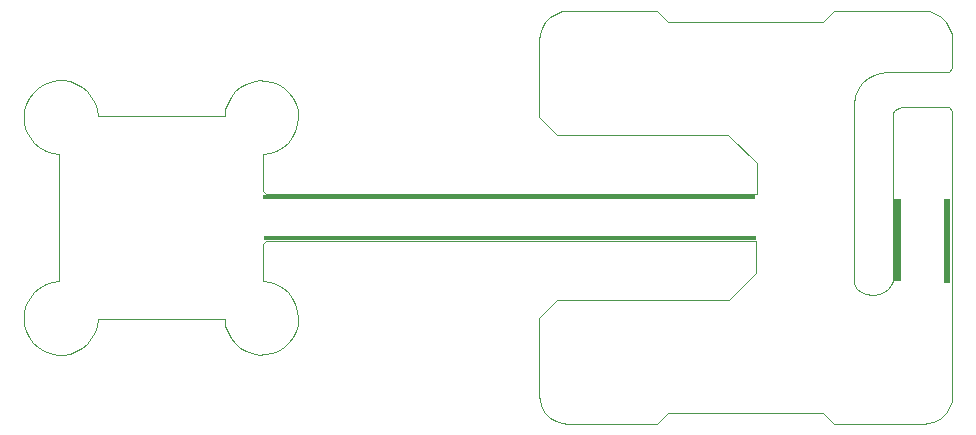
<source format=gko>
G04 Layer_Color=16711935*
%FSAX42Y42*%
%MOMM*%
G71*
G01*
G75*
%ADD45C,0.08*%
%ADD46R,0.62X7.10*%
%ADD47R,0.70X6.93*%
%ADD48R,41.74X0.45*%
%ADD49R,41.78X0.43*%
D45*
X012449Y004750D02*
X013199D01*
X012355Y004844D02*
X012449Y004750D01*
X010199D02*
X010949D01*
X011043Y004844D01*
X012449Y008250D02*
X013199D01*
X012355Y008156D02*
X012449Y008250D01*
X010199D02*
X010949D01*
X011043Y008156D01*
X005887Y005962D02*
Y007037D01*
X005828Y007046D02*
X005887Y007037D01*
X005772Y007065D02*
X005828Y007046D01*
X005720Y007094D02*
X005772Y007065D01*
X005675Y007133D02*
X005720Y007094D01*
X005637Y007180D02*
X005675Y007133D01*
X005610Y007233D02*
X005637Y007180D01*
X005593Y007290D02*
X005610Y007233D01*
X005587Y007350D02*
X005593Y007290D01*
X005587Y007350D02*
X005593Y007407D01*
X005608Y007461D01*
X005633Y007513D01*
X005667Y007558D01*
X005709Y007597D01*
X005757Y007628D01*
X005810Y007649D01*
X005865Y007661D01*
X005922Y007662D01*
X005978Y007653D01*
X006032Y007633D01*
X006081Y007605D01*
X006125Y007568D01*
X006160Y007523D01*
X006188Y007473D01*
X006205Y007419D01*
X006213Y007363D01*
X007288Y007363D01*
X007295Y007419D01*
X007313Y007473D01*
X007340Y007522D01*
X007376Y007567D01*
X007419Y007603D01*
X007468Y007632D01*
X007521Y007651D01*
X007577Y007660D01*
X007633Y007659D01*
X007689Y007648D01*
X007742Y007627D01*
X007789Y007597D01*
X007831Y007558D01*
X007865Y007513D01*
X007890Y007462D01*
X007906Y007407D01*
X007911Y007351D01*
X007911Y007351D02*
X007911Y007351D01*
X007911Y007351D02*
X007911Y007351D01*
X007910Y007351D02*
X007911Y007351D01*
X007910Y007350D02*
X007910Y007351D01*
X007910Y007350D02*
X007910Y007350D01*
X007910Y007350D02*
X007910Y007350D01*
X007909Y007349D02*
X007910Y007350D01*
X007909Y007349D02*
X007910Y007349D01*
X007910Y007348D01*
X007910Y007348D01*
X007910Y007348D01*
X007911Y007347D01*
X007911Y007347D01*
X007911Y007347D01*
X007905Y007288D02*
X007911Y007347D01*
X007888Y007231D02*
X007905Y007288D01*
X007861Y007179D02*
X007888Y007231D01*
X007824Y007132D02*
X007861Y007179D01*
X007779Y007094D02*
X007824Y007132D01*
X007727Y007065D02*
X007779Y007094D01*
X007671Y007045D02*
X007727Y007065D01*
X007612Y007037D02*
X007671Y007045D01*
X007612Y006730D02*
Y007037D01*
X007612Y006730D02*
X007612Y006730D01*
X007611Y006730D02*
X007612Y006730D01*
X007611Y006729D02*
X007611Y006730D01*
X007611Y006729D02*
X007611Y006729D01*
X007610Y006729D02*
X007611Y006729D01*
X007610Y006728D02*
X007610Y006729D01*
X007610Y006728D02*
X007610Y006728D01*
X007610Y006728D02*
X007610Y006728D01*
X007610Y006727D01*
X007611Y006727D01*
X007611Y006726D01*
X007611Y006726D01*
X007612Y006726D01*
X007612Y006726D01*
X007612Y006726D01*
X007613Y006726D01*
X007613Y006726D01*
X007613Y006727D01*
X007639Y006701D01*
X007638Y006701D02*
X007639Y006701D01*
X007638Y006700D02*
X007638Y006701D01*
X007638Y006700D02*
X007638Y006700D01*
X007638Y006700D02*
X007638Y006700D01*
X007638Y006699D01*
X007639Y006699D01*
X007639Y006699D01*
X007639Y006698D01*
X007640Y006698D01*
X007640Y006698D01*
X007640D01*
X007641Y006698D01*
X007641Y006698D01*
X007641Y006699D01*
X007642Y006699D01*
X007642Y006699D01*
X007642Y006700D01*
X007642Y006700D01*
X011793D01*
Y006957D01*
X011549Y007200D02*
X011793Y006957D01*
X010099Y007200D02*
X011549D01*
X009949Y007350D02*
X010099Y007200D01*
X009949Y007350D02*
Y008000D01*
X009956Y008056D01*
X009974Y008108D01*
X010004Y008156D01*
X010043Y008195D01*
X010091Y008225D01*
X010144Y008244D01*
X010199Y008250D01*
X011043Y008156D02*
X012355D01*
X013199Y008250D02*
X013255Y008244D01*
X013308Y008225D01*
X013355Y008195D01*
X013395Y008156D01*
X013425Y008108D01*
X013443Y008056D01*
X013449Y008000D01*
Y007763D02*
Y008000D01*
X013418Y007732D02*
X013449Y007763D01*
X012897Y007732D02*
X013418D01*
X012841Y007726D02*
X012897Y007732D01*
X012787Y007710D02*
X012841Y007726D01*
X012738Y007683D02*
X012787Y007710D01*
X012694Y007648D02*
X012738Y007683D01*
X012687Y007640D02*
X012694Y007648D01*
X012647Y007588D02*
X012687Y007640D01*
X012622Y007528D02*
X012647Y007588D01*
X012613Y007462D02*
X012622Y007528D01*
X012613Y005971D02*
Y007462D01*
Y005971D02*
X012616Y005944D01*
X012627Y005919D01*
X012643Y005898D01*
X012679Y005870D01*
X012721Y005853D01*
X012766Y005847D01*
X012789D01*
X012831Y005853D01*
X012871Y005869D01*
X012905Y005895D01*
X012928Y005926D01*
X012943Y005961D01*
X012948Y006000D01*
Y007372D01*
X012950Y007386D01*
X012955Y007398D01*
X012963Y007409D01*
X012980Y007422D01*
X012998Y007429D01*
X013019Y007432D01*
X013421D01*
X013449Y007403D01*
Y005000D02*
Y007403D01*
X013443Y004944D02*
X013449Y005000D01*
X013425Y004891D02*
X013443Y004944D01*
X013395Y004844D02*
X013425Y004891D01*
X013355Y004804D02*
X013395Y004844D01*
X013308Y004775D02*
X013355Y004804D01*
X013255Y004756D02*
X013308Y004775D01*
X013199Y004750D02*
X013255Y004756D01*
X011043Y004844D02*
X012355D01*
X010144Y004756D02*
X010199Y004750D01*
X010091Y004775D02*
X010144Y004756D01*
X010043Y004804D02*
X010091Y004775D01*
X010004Y004844D02*
X010043Y004804D01*
X009974Y004891D02*
X010004Y004844D01*
X009956Y004944D02*
X009974Y004891D01*
X009949Y005000D02*
X009956Y004944D01*
X009949Y005000D02*
Y005650D01*
X010099Y005800D01*
X011557D01*
X011790Y006032D01*
Y006300D01*
X007640D02*
X011790D01*
X007640Y006300D02*
X007640Y006300D01*
X007640Y006301D02*
X007640Y006300D01*
X007639Y006301D02*
X007640Y006301D01*
X007639Y006301D02*
X007639Y006301D01*
X007639Y006302D02*
X007639Y006301D01*
X007638Y006302D02*
X007639Y006302D01*
X007638Y006302D02*
X007638Y006302D01*
X007638Y006302D02*
X007638D01*
X007637Y006302D02*
X007638Y006302D01*
X007637Y006302D02*
X007637Y006302D01*
X007637Y006301D02*
X007637Y006302D01*
X007636Y006301D02*
X007637Y006301D01*
X007636Y006301D02*
X007636Y006301D01*
X007636Y006300D02*
X007636Y006301D01*
X007636Y006300D02*
X007636Y006300D01*
X007636Y006300D02*
X007636Y006299D01*
X007636Y006299D01*
X007637Y006299D01*
X007614Y006276D02*
X007637Y006299D01*
X007613Y006276D02*
X007614Y006276D01*
X007613Y006276D02*
X007613Y006276D01*
X007612Y006276D02*
X007613Y006276D01*
X007612Y006276D02*
X007612Y006276D01*
X007612Y006276D02*
X007612Y006276D01*
X007611Y006276D02*
X007612Y006276D01*
X007611Y006276D02*
X007611Y006276D01*
X007611Y006275D02*
X007611Y006276D01*
X007610Y006275D02*
X007611Y006275D01*
X007610Y006275D02*
X007610Y006275D01*
X007610Y006274D02*
X007610Y006275D01*
X007610Y006274D02*
X007610Y006274D01*
X007610Y006273D01*
X007611Y006273D01*
X007611Y006273D01*
X007611Y006273D01*
X007612Y006272D01*
X007612Y006272D01*
Y005962D02*
Y006272D01*
Y005962D02*
X007671Y005954D01*
X007727Y005935D01*
X007779Y005906D01*
X007824Y005867D01*
X007861Y005821D01*
X007888Y005768D01*
X007905Y005712D01*
X007911Y005653D01*
X007911Y005652D02*
X007911Y005653D01*
X007911Y005652D02*
X007911Y005652D01*
X007910Y005652D02*
X007911Y005652D01*
X007910Y005652D02*
X007910Y005652D01*
X007910Y005651D02*
X007910Y005652D01*
X007910Y005651D02*
X007910Y005651D01*
X007910Y005651D02*
X007910Y005651D01*
X007910Y005651D02*
X007910Y005650D01*
X007910Y005650D01*
X007910Y005649D01*
X007910Y005649D01*
X007911Y005649D01*
X007911Y005649D01*
X007911Y005649D01*
X007906Y005592D02*
X007911Y005649D01*
X007890Y005538D02*
X007906Y005592D01*
X007865Y005487D02*
X007890Y005538D01*
X007831Y005442D02*
X007865Y005487D01*
X007790Y005403D02*
X007831Y005442D01*
X007742Y005373D02*
X007790Y005403D01*
X007689Y005352D02*
X007742Y005373D01*
X007634Y005340D02*
X007689Y005352D01*
X007577Y005339D02*
X007634Y005340D01*
X007521Y005349D02*
X007577Y005339D01*
X007468Y005368D02*
X007521Y005349D01*
X007419Y005396D02*
X007468Y005368D01*
X007376Y005433D02*
X007419Y005396D01*
X007340Y005477D02*
X007376Y005433D01*
X007313Y005527D02*
X007340Y005477D01*
X007295Y005581D02*
X007313Y005527D01*
X007288Y005637D02*
X007295Y005581D01*
X006213Y005637D02*
X007288D01*
X006205Y005581D02*
X006213Y005637D01*
X006188Y005527D02*
X006205Y005581D01*
X006160Y005476D02*
X006188Y005527D01*
X006125Y005432D02*
X006160Y005476D01*
X006081Y005395D02*
X006125Y005432D01*
X006032Y005366D02*
X006081Y005395D01*
X005978Y005347D02*
X006032Y005366D01*
X005922Y005338D02*
X005978Y005347D01*
X005865Y005339D02*
X005922Y005338D01*
X005810Y005351D02*
X005865Y005339D01*
X005757Y005372D02*
X005810Y005351D01*
X005709Y005403D02*
X005757Y005372D01*
X005667Y005441D02*
X005709Y005403D01*
X005633Y005487D02*
X005667Y005441D01*
X005608Y005538D02*
X005633Y005487D01*
X005593Y005593D02*
X005608Y005538D01*
X005587Y005650D02*
X005593Y005593D01*
X005587Y005650D02*
X005593Y005709D01*
X005610Y005767D01*
X005637Y005820D01*
X005675Y005867D01*
X005720Y005905D01*
X005772Y005935D01*
X005828Y005954D01*
X005887Y005962D01*
D46*
X013406Y006300D02*
D03*
D47*
X012983Y006308D02*
D03*
D48*
X009698Y006677D02*
D03*
D49*
X009700Y006328D02*
D03*
M02*

</source>
